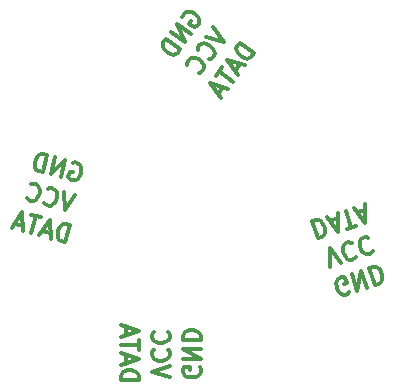
<source format=gbr>
%TF.GenerationSoftware,KiCad,Pcbnew,5.1.8*%
%TF.CreationDate,2021-01-22T11:45:01-05:00*%
%TF.ProjectId,penrosekite,70656e72-6f73-4656-9b69-74652e6b6963,rev?*%
%TF.SameCoordinates,Original*%
%TF.FileFunction,Legend,Bot*%
%TF.FilePolarity,Positive*%
%FSLAX46Y46*%
G04 Gerber Fmt 4.6, Leading zero omitted, Abs format (unit mm)*
G04 Created by KiCad (PCBNEW 5.1.8) date 2021-01-22 11:45:01*
%MOMM*%
%LPD*%
G01*
G04 APERTURE LIST*
%ADD10C,0.375000*%
%ADD11C,1.150000*%
%ADD12C,2.100000*%
%ADD13C,0.100000*%
%ADD14R,1.700000X1.700000*%
%ADD15O,1.700000X1.700000*%
G04 APERTURE END LIST*
D10*
X143186611Y-111589177D02*
X143072818Y-111701255D01*
X142869020Y-111767473D01*
X142643150Y-111765758D01*
X142463139Y-111674038D01*
X142351061Y-111560246D01*
X142194838Y-111310588D01*
X142128620Y-111106790D01*
X142108262Y-110812987D01*
X142132050Y-110655049D01*
X142223769Y-110475039D01*
X142405495Y-110340888D01*
X142541360Y-110296743D01*
X142767230Y-110298458D01*
X142857236Y-110344318D01*
X143011744Y-110819846D01*
X142740014Y-110908136D01*
X143424484Y-110009799D02*
X143888009Y-111436383D01*
X144239675Y-109744927D01*
X144703201Y-111171512D01*
X144919001Y-109524200D02*
X145382527Y-110950785D01*
X145722190Y-110840422D01*
X145903915Y-110706271D01*
X145995635Y-110526261D01*
X146019422Y-110368323D01*
X145999064Y-110074520D01*
X145932846Y-109870722D01*
X145776623Y-109621064D01*
X145664545Y-109507272D01*
X145484535Y-109415552D01*
X145258664Y-109413837D01*
X144919001Y-109524200D01*
X141582322Y-109425458D02*
X141594325Y-107844365D01*
X142533378Y-109116441D01*
X143404718Y-107406342D02*
X143314712Y-107360482D01*
X143088842Y-107358767D01*
X142952977Y-107402912D01*
X142771252Y-107537063D01*
X142679532Y-107717073D01*
X142655744Y-107875011D01*
X142676102Y-108168814D01*
X142742320Y-108372612D01*
X142898543Y-108622270D01*
X143010621Y-108736063D01*
X143190632Y-108827782D01*
X143416502Y-108829497D01*
X143552367Y-108785352D01*
X143734093Y-108651201D01*
X143779953Y-108561196D01*
X144831302Y-106942816D02*
X144741297Y-106896956D01*
X144515427Y-106895242D01*
X144379562Y-106939387D01*
X144197836Y-107073537D01*
X144106116Y-107253548D01*
X144082329Y-107411486D01*
X144102687Y-107705289D01*
X144168905Y-107909087D01*
X144325128Y-108158744D01*
X144437206Y-108272537D01*
X144617217Y-108364257D01*
X144843087Y-108365972D01*
X144978952Y-108321826D01*
X145160677Y-108187676D01*
X145206537Y-108097671D01*
X140069862Y-105579605D02*
X140533388Y-107006190D01*
X140873051Y-106895827D01*
X141054776Y-106761676D01*
X141146496Y-106581665D01*
X141170283Y-106423728D01*
X141149925Y-106129925D01*
X141083707Y-105926127D01*
X140927484Y-105676469D01*
X140815406Y-105562676D01*
X140635396Y-105470956D01*
X140409525Y-105469242D01*
X140069862Y-105579605D01*
X141560950Y-105545748D02*
X142240276Y-105325021D01*
X141292649Y-105182297D02*
X142231703Y-106454374D01*
X142243706Y-104873280D01*
X142978962Y-106211575D02*
X143794153Y-105946703D01*
X142923032Y-104652554D02*
X143386557Y-106079139D01*
X143870659Y-104795278D02*
X144549985Y-104574551D01*
X143602358Y-104431828D02*
X144541412Y-105703904D01*
X144553414Y-104122811D01*
X129081521Y-88303034D02*
X129107704Y-88145475D01*
X129233658Y-87972114D01*
X129417399Y-87840738D01*
X129616942Y-87809134D01*
X129774500Y-87835316D01*
X130047633Y-87945468D01*
X130220993Y-88071422D01*
X130410157Y-88297147D01*
X130483746Y-88438904D01*
X130515350Y-88638447D01*
X130447183Y-88853792D01*
X130363214Y-88969366D01*
X130179473Y-89100742D01*
X130079701Y-89116545D01*
X129675193Y-88822652D01*
X129843132Y-88591504D01*
X129817413Y-89720596D02*
X128603888Y-88838918D01*
X129313597Y-90414039D01*
X128100072Y-89532361D01*
X128893751Y-90991909D02*
X127680225Y-90110231D01*
X127470302Y-90399165D01*
X127402135Y-90614511D01*
X127433739Y-90814054D01*
X127507329Y-90955810D01*
X127696492Y-91181536D01*
X127869852Y-91307490D01*
X128142985Y-91417642D01*
X128300543Y-91443824D01*
X128500087Y-91412219D01*
X128683827Y-91280843D01*
X128893751Y-90991909D01*
X131651220Y-89110542D02*
X132570853Y-90396728D01*
X131063435Y-89919559D01*
X131363678Y-91815219D02*
X131463450Y-91799417D01*
X131647191Y-91668041D01*
X131731160Y-91552467D01*
X131799327Y-91337121D01*
X131767722Y-91137578D01*
X131694133Y-90995822D01*
X131504970Y-90770096D01*
X131331609Y-90644142D01*
X131058477Y-90533991D01*
X130900919Y-90507808D01*
X130701375Y-90539413D01*
X130517634Y-90670789D01*
X130433665Y-90786363D01*
X130365498Y-91001708D01*
X130381300Y-91101480D01*
X130482000Y-93028745D02*
X130581772Y-93012942D01*
X130765513Y-92881566D01*
X130849482Y-92765992D01*
X130917649Y-92550647D01*
X130886045Y-92351104D01*
X130812455Y-92209347D01*
X130623292Y-91983622D01*
X130449932Y-91857668D01*
X130176799Y-91747516D01*
X130019241Y-91721334D01*
X129819698Y-91752938D01*
X129635957Y-91884314D01*
X129551987Y-91999888D01*
X129483820Y-92215234D01*
X129499622Y-92315005D01*
X135135362Y-91332902D02*
X133921837Y-90451224D01*
X133711913Y-90740158D01*
X133643746Y-90955504D01*
X133675351Y-91155047D01*
X133748940Y-91296803D01*
X133938103Y-91522529D01*
X134111464Y-91648483D01*
X134384596Y-91758634D01*
X134542155Y-91784817D01*
X134741698Y-91753212D01*
X134925439Y-91621836D01*
X135135362Y-91332902D01*
X133948947Y-92236732D02*
X133529101Y-92814601D01*
X134379638Y-92373066D02*
X132872220Y-91895897D01*
X133791853Y-93182083D01*
X132410389Y-92531553D02*
X131906573Y-93224996D01*
X133372006Y-93759953D02*
X132158481Y-92878275D01*
X132521469Y-94201488D02*
X132101622Y-94779357D01*
X132952160Y-94337822D02*
X131444742Y-93860652D01*
X132364375Y-95146839D01*
X119833429Y-100616993D02*
X119989905Y-100584973D01*
X120196890Y-100640434D01*
X120385387Y-100764890D01*
X120486402Y-100939853D01*
X120518422Y-101096330D01*
X120513469Y-101390796D01*
X120458008Y-101597780D01*
X120315065Y-101855272D01*
X120209096Y-101974774D01*
X120034132Y-102075789D01*
X119808661Y-102089323D01*
X119670672Y-102052349D01*
X119482175Y-101927893D01*
X119431667Y-101840411D01*
X119561076Y-101357448D01*
X119837055Y-101431396D01*
X118773741Y-101812017D02*
X119161969Y-100363128D01*
X117945804Y-101590172D01*
X118334033Y-100141283D01*
X117255857Y-101405301D02*
X117644086Y-99956412D01*
X117299112Y-99863977D01*
X117073641Y-99877510D01*
X116898677Y-99978526D01*
X116792709Y-100098028D01*
X116649766Y-100355520D01*
X116594304Y-100562504D01*
X116589351Y-100856970D01*
X116621371Y-101013446D01*
X116722387Y-101188410D01*
X116910884Y-101312866D01*
X117255857Y-101405301D01*
X120000453Y-103305399D02*
X119129261Y-104624878D01*
X119034527Y-103046579D01*
X117372373Y-104006224D02*
X117422881Y-104093706D01*
X117611378Y-104218162D01*
X117749367Y-104255136D01*
X117974838Y-104241603D01*
X118149802Y-104140588D01*
X118255771Y-104021085D01*
X118398714Y-103763593D01*
X118454175Y-103556609D01*
X118459128Y-103262143D01*
X118427108Y-103105667D01*
X118326093Y-102930703D01*
X118137596Y-102806248D01*
X117999606Y-102769273D01*
X117774135Y-102782807D01*
X117686653Y-102833314D01*
X115923484Y-103617996D02*
X115973992Y-103705478D01*
X116162489Y-103829934D01*
X116300478Y-103866908D01*
X116525949Y-103853374D01*
X116700913Y-103752359D01*
X116806882Y-103632857D01*
X116949825Y-103375365D01*
X117005286Y-103168381D01*
X117010240Y-102873915D01*
X116978219Y-102717438D01*
X116877204Y-102542475D01*
X116688707Y-102418019D01*
X116550717Y-102381045D01*
X116325246Y-102394578D01*
X116237764Y-102445086D01*
X119174305Y-107354547D02*
X119562534Y-105905658D01*
X119217560Y-105813223D01*
X118992089Y-105826756D01*
X118817126Y-105927772D01*
X118711157Y-106047274D01*
X118568214Y-106304766D01*
X118512753Y-106511750D01*
X118507799Y-106806216D01*
X118539820Y-106962692D01*
X118640835Y-107137656D01*
X118829332Y-107262112D01*
X119174305Y-107354547D01*
X117905334Y-106570837D02*
X117215387Y-106385967D01*
X117932401Y-107021780D02*
X117837666Y-105443481D01*
X116966475Y-106762961D01*
X117078725Y-105240124D02*
X116250788Y-105018279D01*
X116276528Y-106578090D02*
X116664756Y-105129201D01*
X115559514Y-105942277D02*
X114869567Y-105757406D01*
X115586581Y-106393219D02*
X115491847Y-104814921D01*
X114620655Y-106134400D01*
X130552800Y-117932057D02*
X130624228Y-118074914D01*
X130624228Y-118289200D01*
X130552800Y-118503485D01*
X130409942Y-118646342D01*
X130267085Y-118717771D01*
X129981371Y-118789200D01*
X129767085Y-118789200D01*
X129481371Y-118717771D01*
X129338514Y-118646342D01*
X129195657Y-118503485D01*
X129124228Y-118289200D01*
X129124228Y-118146342D01*
X129195657Y-117932057D01*
X129267085Y-117860628D01*
X129767085Y-117860628D01*
X129767085Y-118146342D01*
X129124228Y-117217771D02*
X130624228Y-117217771D01*
X129124228Y-116360628D01*
X130624228Y-116360628D01*
X129124228Y-115646342D02*
X130624228Y-115646342D01*
X130624228Y-115289200D01*
X130552800Y-115074914D01*
X130409942Y-114932057D01*
X130267085Y-114860628D01*
X129981371Y-114789200D01*
X129767085Y-114789200D01*
X129481371Y-114860628D01*
X129338514Y-114932057D01*
X129195657Y-115074914D01*
X129124228Y-115289200D01*
X129124228Y-115646342D01*
X127999228Y-118789200D02*
X126499228Y-118289200D01*
X127999228Y-117789200D01*
X126642085Y-116432057D02*
X126570657Y-116503485D01*
X126499228Y-116717771D01*
X126499228Y-116860628D01*
X126570657Y-117074914D01*
X126713514Y-117217771D01*
X126856371Y-117289200D01*
X127142085Y-117360628D01*
X127356371Y-117360628D01*
X127642085Y-117289200D01*
X127784942Y-117217771D01*
X127927800Y-117074914D01*
X127999228Y-116860628D01*
X127999228Y-116717771D01*
X127927800Y-116503485D01*
X127856371Y-116432057D01*
X126642085Y-114932057D02*
X126570657Y-115003485D01*
X126499228Y-115217771D01*
X126499228Y-115360628D01*
X126570657Y-115574914D01*
X126713514Y-115717771D01*
X126856371Y-115789200D01*
X127142085Y-115860628D01*
X127356371Y-115860628D01*
X127642085Y-115789200D01*
X127784942Y-115717771D01*
X127927800Y-115574914D01*
X127999228Y-115360628D01*
X127999228Y-115217771D01*
X127927800Y-115003485D01*
X127856371Y-114932057D01*
X123874228Y-119039200D02*
X125374228Y-119039200D01*
X125374228Y-118682057D01*
X125302800Y-118467771D01*
X125159942Y-118324914D01*
X125017085Y-118253485D01*
X124731371Y-118182057D01*
X124517085Y-118182057D01*
X124231371Y-118253485D01*
X124088514Y-118324914D01*
X123945657Y-118467771D01*
X123874228Y-118682057D01*
X123874228Y-119039200D01*
X124302800Y-117610628D02*
X124302800Y-116896342D01*
X123874228Y-117753485D02*
X125374228Y-117253485D01*
X123874228Y-116753485D01*
X125374228Y-116467771D02*
X125374228Y-115610628D01*
X123874228Y-116039200D02*
X125374228Y-116039200D01*
X124302800Y-115182057D02*
X124302800Y-114467771D01*
X123874228Y-115324914D02*
X125374228Y-114824914D01*
X123874228Y-114324914D01*
%LPC*%
D11*
%TO.C,MH*%
X111658400Y-118110000D03*
%TD*%
%TO.C,MH*%
X148005800Y-118110000D03*
%TD*%
%TO.C,MH*%
X123012200Y-83388200D03*
%TD*%
D12*
%TO.C,M2.1*%
X117017800Y-114503200D03*
%TD*%
%TO.C,M2.1*%
X140690600Y-118795800D03*
%TD*%
%TO.C,M2.1*%
X120142000Y-92760800D03*
%TD*%
%TO.C,J1*%
G36*
G01*
X134957975Y-90311081D02*
X134957975Y-90311081D01*
G75*
G02*
X134769928Y-89123800I499617J687664D01*
G01*
X134769928Y-89123800D01*
G75*
G02*
X135957209Y-88935753I687664J-499617D01*
G01*
X135957209Y-88935753D01*
G75*
G02*
X136145256Y-90123034I-499617J-687664D01*
G01*
X136145256Y-90123034D01*
G75*
G02*
X134957975Y-90311081I-687664J499617D01*
G01*
G37*
G36*
G01*
X132903072Y-88818107D02*
X132903072Y-88818107D01*
G75*
G02*
X132715025Y-87630826I499617J687664D01*
G01*
X132715025Y-87630826D01*
G75*
G02*
X133902306Y-87442779I687664J-499617D01*
G01*
X133902306Y-87442779D01*
G75*
G02*
X134090353Y-88630060I-499617J-687664D01*
G01*
X134090353Y-88630060D01*
G75*
G02*
X132903072Y-88818107I-687664J499617D01*
G01*
G37*
D13*
G36*
X131535833Y-87824750D02*
G01*
X130160504Y-86825515D01*
X131159739Y-85450186D01*
X132535068Y-86449421D01*
X131535833Y-87824750D01*
G37*
%TD*%
D14*
%TO.C,J2*%
X129864584Y-120563941D03*
D15*
X127324584Y-120563941D03*
X124784584Y-120563941D03*
%TD*%
D13*
%TO.C,J3*%
G36*
X148256663Y-108069166D02*
G01*
X148781991Y-109685962D01*
X147165195Y-110211290D01*
X146639867Y-108594494D01*
X148256663Y-108069166D01*
G37*
G36*
G01*
X147734424Y-106461880D02*
X147734424Y-106461880D01*
G75*
G02*
X147188690Y-107532942I-808398J-262664D01*
G01*
X147188690Y-107532942D01*
G75*
G02*
X146117628Y-106987208I-262664J808398D01*
G01*
X146117628Y-106987208D01*
G75*
G02*
X146663362Y-105916146I808398J262664D01*
G01*
X146663362Y-105916146D01*
G75*
G02*
X147734424Y-106461880I262664J-808398D01*
G01*
G37*
G36*
G01*
X146949521Y-104046197D02*
X146949521Y-104046197D01*
G75*
G02*
X146403787Y-105117259I-808398J-262664D01*
G01*
X146403787Y-105117259D01*
G75*
G02*
X145332725Y-104571525I-262664J808398D01*
G01*
X145332725Y-104571525D01*
G75*
G02*
X145878459Y-103500463I808398J262664D01*
G01*
X145878459Y-103500463D01*
G75*
G02*
X146949521Y-104046197I262664J-808398D01*
G01*
G37*
%TD*%
%TO.C,J4*%
G36*
G01*
X112592545Y-104650301D02*
X112592545Y-104650301D01*
G75*
G02*
X113663607Y-104104567I808398J-262664D01*
G01*
X113663607Y-104104567D01*
G75*
G02*
X114209341Y-105175629I-262664J-808398D01*
G01*
X114209341Y-105175629D01*
G75*
G02*
X113138279Y-105721363I-808398J262664D01*
G01*
X113138279Y-105721363D01*
G75*
G02*
X112592545Y-104650301I262664J808398D01*
G01*
G37*
G36*
G01*
X113377448Y-102234618D02*
X113377448Y-102234618D01*
G75*
G02*
X114448510Y-101688884I808398J-262664D01*
G01*
X114448510Y-101688884D01*
G75*
G02*
X114994244Y-102759946I-262664J-808398D01*
G01*
X114994244Y-102759946D01*
G75*
G02*
X113923182Y-103305680I-808398J262664D01*
G01*
X113923182Y-103305680D01*
G75*
G02*
X113377448Y-102234618I262664J808398D01*
G01*
G37*
G36*
X113899687Y-100627332D02*
G01*
X114425015Y-99010536D01*
X116041811Y-99535864D01*
X115516483Y-101152660D01*
X113899687Y-100627332D01*
G37*
%TD*%
M02*

</source>
